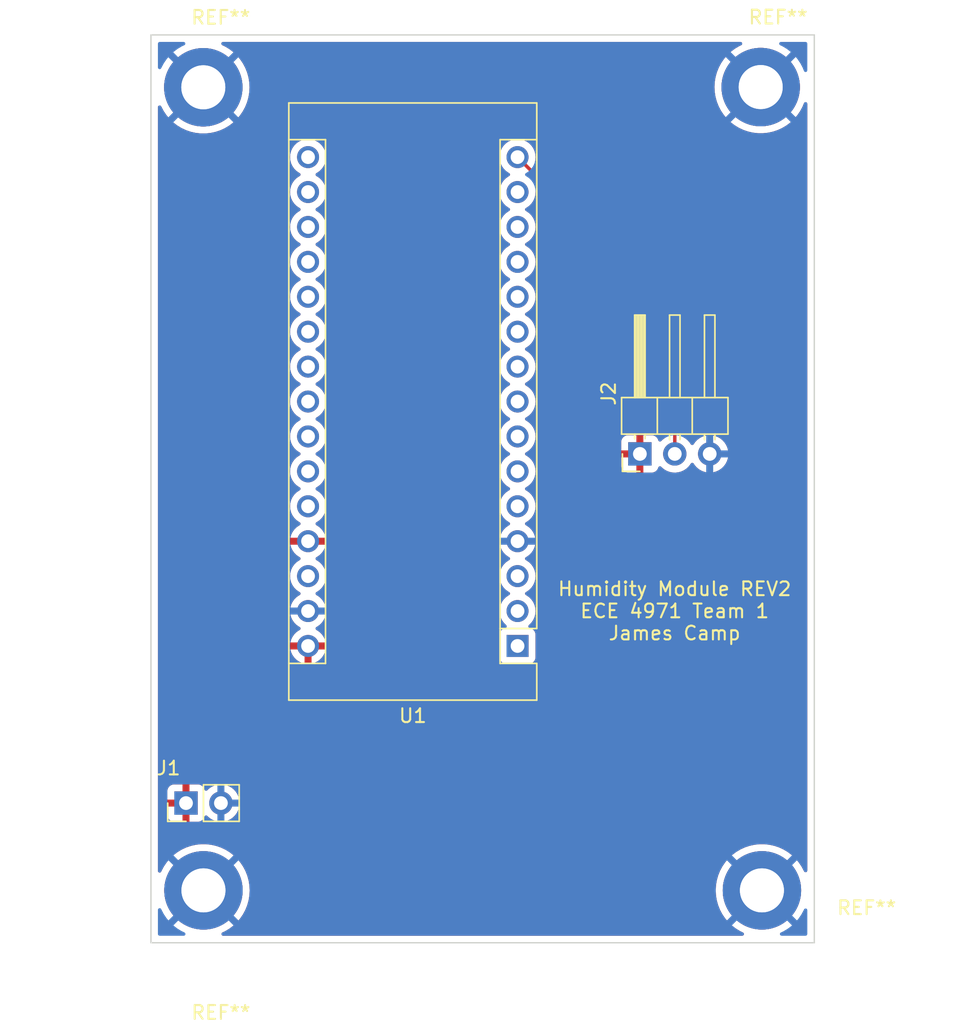
<source format=kicad_pcb>
(kicad_pcb (version 20211014) (generator pcbnew)
  (layers (0 "F.Cu" signal) (31 "B.Cu" signal) (34 "B.Paste" user) (35 "F.Paste" user) (36 "B.SilkS" user "B.Silkscreen") (37 "F.SilkS" user "F.Silkscreen") (38 "B.Mask" user) (39 "F.Mask" user) (44 "Edge.Cuts" user))
  (net 0 "")
  (net 1 "+5V")
  (net 2 "GND")
  (net 23 "Net-(U1-Pad15)")
  (footprint "Module:Arduino_Nano" (layer "F.Cu") (at 144.77 96.52 180)
    (fp_text reference "U1" (at 7.62 -5.08) (layer "F.SilkS"))
    (fp_text value "Arduino_Nano_v2.x")
    (fp_line (start 13.97 36.83) (end 16.64 36.83) (layer "F.SilkS") (width 0.12))
    (fp_line (start 1.27 1.27) (end 1.27 -1.27) (layer "F.SilkS") (width 0.12))
    (fp_line (start -1.4 39.5) (end 16.64 39.5) (layer "F.SilkS") (width 0.12))
    (fp_line (start 16.64 -3.94) (end -1.4 -3.94) (layer "F.SilkS") (width 0.12))
    (fp_line (start -1.4 1.27) (end -1.4 39.5) (layer "F.SilkS") (width 0.12))
    (fp_line (start 1.27 1.27) (end -1.4 1.27) (layer "F.SilkS") (width 0.12))
    (fp_line (start 1.27 36.83) (end -1.4 36.83) (layer "F.SilkS") (width 0.12))
    (fp_line (start 13.97 -1.27) (end 13.97 36.83) (layer "F.SilkS") (width 0.12))
    (fp_line (start 1.27 1.27) (end 1.27 36.83) (layer "F.SilkS") (width 0.12))
    (fp_line (start 13.97 -1.27) (end 16.64 -1.27) (layer "F.SilkS") (width 0.12))
    (fp_line (start 16.64 39.5) (end 16.64 -3.94) (layer "F.SilkS") (width 0.12))
    (fp_line (start -1.4 -3.94) (end -1.4 -1.27) (layer "F.SilkS") (width 0.12))
    (fp_line (start 1.27 -1.27) (end -1.4 -1.27) (layer "F.SilkS") (width 0.12))
    (pad "1" thru_hole rect (at 0 0 180) (size 1.6 1.6) (drill 1) (layers *.Cu *.Mask))
    (pad "2" thru_hole oval (at 0 2.54 180) (size 1.6 1.6) (drill 1) (layers *.Cu *.Mask))
    (pad "3" thru_hole oval (at 0 5.08 180) (size 1.6 1.6) (drill 1) (layers *.Cu *.Mask))
    (pad "4" thru_hole oval (at 0 7.62 180) (size 1.6 1.6) (drill 1) (layers *.Cu *.Mask) (net 2 "GND"))
    (pad "5" thru_hole oval (at 0 10.16 180) (size 1.6 1.6) (drill 1) (layers *.Cu *.Mask))
    (pad "6" thru_hole oval (at 0 12.7 180) (size 1.6 1.6) (drill 1) (layers *.Cu *.Mask))
    (pad "7" thru_hole oval (at 0 15.24 180) (size 1.6 1.6) (drill 1) (layers *.Cu *.Mask))
    (pad "8" thru_hole oval (at 0 17.78 180) (size 1.6 1.6) (drill 1) (layers *.Cu *.Mask))
    (pad "9" thru_hole oval (at 0 20.32 180) (size 1.6 1.6) (drill 1) (layers *.Cu *.Mask))
    (pad "10" thru_hole oval (at 0 22.86 180) (size 1.6 1.6) (drill 1) (layers *.Cu *.Mask))
    (pad "11" thru_hole oval (at 0 25.4 180) (size 1.6 1.6) (drill 1) (layers *.Cu *.Mask))
    (pad "12" thru_hole oval (at 0 27.94 180) (size 1.6 1.6) (drill 1) (layers *.Cu *.Mask))
    (pad "13" thru_hole oval (at 0 30.48 180) (size 1.6 1.6) (drill 1) (layers *.Cu *.Mask))
    (pad "14" thru_hole oval (at 0 33.02 180) (size 1.6 1.6) (drill 1) (layers *.Cu *.Mask))
    (pad "15" thru_hole oval (at 0 35.56 180) (size 1.6 1.6) (drill 1) (layers *.Cu *.Mask) (net 23 "Net-(U1-Pad15)"))
    (pad "16" thru_hole oval (at 15.24 35.56 180) (size 1.6 1.6) (drill 1) (layers *.Cu *.Mask))
    (pad "17" thru_hole oval (at 15.24 33.02 180) (size 1.6 1.6) (drill 1) (layers *.Cu *.Mask))
    (pad "18" thru_hole oval (at 15.24 30.48 180) (size 1.6 1.6) (drill 1) (layers *.Cu *.Mask))
    (pad "19" thru_hole oval (at 15.24 27.94 180) (size 1.6 1.6) (drill 1) (layers *.Cu *.Mask))
    (pad "20" thru_hole oval (at 15.24 25.4 180) (size 1.6 1.6) (drill 1) (layers *.Cu *.Mask))
    (pad "21" thru_hole oval (at 15.24 22.86 180) (size 1.6 1.6) (drill 1) (layers *.Cu *.Mask))
    (pad "22" thru_hole oval (at 15.24 20.32 180) (size 1.6 1.6) (drill 1) (layers *.Cu *.Mask))
    (pad "23" thru_hole oval (at 15.24 17.78 180) (size 1.6 1.6) (drill 1) (layers *.Cu *.Mask))
    (pad "24" thru_hole oval (at 15.24 15.24 180) (size 1.6 1.6) (drill 1) (layers *.Cu *.Mask))
    (pad "25" thru_hole oval (at 15.24 12.7 180) (size 1.6 1.6) (drill 1) (layers *.Cu *.Mask))
    (pad "26" thru_hole oval (at 15.24 10.16 180) (size 1.6 1.6) (drill 1) (layers *.Cu *.Mask))
    (pad "27" thru_hole oval (at 15.24 7.62 180) (size 1.6 1.6) (drill 1) (layers *.Cu *.Mask) (net 1 "+5V"))
    (pad "28" thru_hole oval (at 15.24 5.08 180) (size 1.6 1.6) (drill 1) (layers *.Cu *.Mask))
    (pad "29" thru_hole oval (at 15.24 2.54 180) (size 1.6 1.6) (drill 1) (layers *.Cu *.Mask) (net 2 "GND"))
    (pad "30" thru_hole oval (at 15.24 0 180) (size 1.6 1.6) (drill 1) (layers *.Cu *.Mask) (net 1 "+5V"))
  )
  (footprint "MountingHole:MountingHole_3.2mm_M3_ISO7380_Pad" (layer "F.Cu") (at 121.92 114.3)
    (fp_text reference "REF**" (at 1.27 8.89) (layer "F.SilkS"))
    (fp_text value "MountingHole_3.2mm_M3_ISO7380_Pad")
    (pad "1" thru_hole circle (at 0 0) (size 5.7 5.7) (drill 3.2) (layers *.Cu *.Mask) (net 2 "GND"))
  )
  (footprint "MountingHole:MountingHole_3.2mm_M3_ISO7380_Pad" (layer "F.Cu") (at 162.460137 55.863661)
    (fp_text reference "REF**" (at 1.27 -5.08) (layer "F.SilkS"))
    (fp_text value "MountingHole_3.2mm_M3_ISO7380_Pad")
    (pad "1" thru_hole circle (at 0 0) (size 5.7 5.7) (drill 3.2) (layers *.Cu *.Mask) (net 2 "GND"))
  )
  (footprint "Connector_PinHeader_2.54mm:PinHeader_1x02_P2.54mm_Vertical" (layer "F.Cu") (at 120.65 107.95 90)
    (fp_text reference "J1" (at 2.54 -1.27 180) (layer "F.SilkS"))
    (fp_text value "Conn_01x02_Female")
    (fp_line (start -1.33 3.87) (end 1.33 3.87) (layer "F.SilkS") (width 0.12))
    (fp_line (start -1.33 1.27) (end -1.33 3.87) (layer "F.SilkS") (width 0.12))
    (fp_line (start -1.33 1.27) (end 1.33 1.27) (layer "F.SilkS") (width 0.12))
    (fp_line (start 1.33 1.27) (end 1.33 3.87) (layer "F.SilkS") (width 0.12))
    (fp_line (start -1.33 -1.33) (end 0 -1.33) (layer "F.SilkS") (width 0.12))
    (fp_line (start -1.33 0) (end -1.33 -1.33) (layer "F.SilkS") (width 0.12))
    (pad "1" thru_hole rect (at 0 0 90) (size 1.7 1.7) (drill 1) (layers *.Cu *.Mask) (net 1 "+5V"))
    (pad "2" thru_hole oval (at 0 2.54 90) (size 1.7 1.7) (drill 1) (layers *.Cu *.Mask) (net 2 "GND"))
  )
  (footprint "MountingHole:MountingHole_3.2mm_M3_ISO7380_Pad" (layer "F.Cu") (at 162.55 114.3)
    (fp_text reference "REF**" (at 7.62 1.27) (layer "F.SilkS"))
    (fp_text value "MountingHole_3.2mm_M3_ISO7380_Pad")
    (pad "1" thru_hole circle (at 0 0) (size 5.7 5.7) (drill 3.2) (layers *.Cu *.Mask) (net 2 "GND"))
  )
  (footprint "Connector_PinHeader_2.54mm:PinHeader_1x03_P2.54mm_Horizontal" (layer "F.Cu") (at 153.67 82.55 90)
    (fp_text reference "J2" (at 4.385 -2.27 90) (layer "F.SilkS"))
    (fp_text value "Conn_01x03_Female")
    (fp_line (start 4.1 -0.2) (end 10.1 -0.2) (layer "F.SilkS") (width 0.12))
    (fp_line (start 4.1 0.28) (end 10.1 0.28) (layer "F.SilkS") (width 0.12))
    (fp_line (start 4.1 -0.08) (end 10.1 -0.08) (layer "F.SilkS") (width 0.12))
    (fp_line (start 1.042929 5.46) (end 1.44 5.46) (layer "F.SilkS") (width 0.12))
    (fp_line (start 10.1 4.7) (end 10.1 5.46) (layer "F.SilkS") (width 0.12))
    (fp_line (start 4.1 2.16) (end 10.1 2.16) (layer "F.SilkS") (width 0.12))
    (fp_line (start 4.1 0.04) (end 10.1 0.04) (layer "F.SilkS") (width 0.12))
    (fp_line (start 10.1 2.16) (end 10.1 2.92) (layer "F.SilkS") (width 0.12))
    (fp_line (start 1.44 3.81) (end 4.1 3.81) (layer "F.SilkS") (width 0.12))
    (fp_line (start 10.1 5.46) (end 4.1 5.46) (layer "F.SilkS") (width 0.12))
    (fp_line (start 1.11 -0.38) (end 1.44 -0.38) (layer "F.SilkS") (width 0.12))
    (fp_line (start 1.042929 2.92) (end 1.44 2.92) (layer "F.SilkS") (width 0.12))
    (fp_line (start 10.1 -0.38) (end 10.1 0.38) (layer "F.SilkS") (width 0.12))
    (fp_line (start 1.44 6.41) (end 4.1 6.41) (layer "F.SilkS") (width 0.12))
    (fp_line (start 4.1 -1.33) (end 1.44 -1.33) (layer "F.SilkS") (width 0.12))
    (fp_line (start 4.1 -0.38) (end 10.1 -0.38) (layer "F.SilkS") (width 0.12))
    (fp_line (start 1.44 -1.33) (end 1.44 6.41) (layer "F.SilkS") (width 0.12))
    (fp_line (start -1.27 -1.27) (end 0 -1.27) (layer "F.SilkS") (width 0.12))
    (fp_line (start 10.1 0.38) (end 4.1 0.38) (layer "F.SilkS") (width 0.12))
    (fp_line (start 4.1 -0.32) (end 10.1 -0.32) (layer "F.SilkS") (width 0.12))
    (fp_line (start 1.042929 4.7) (end 1.44 4.7) (layer "F.SilkS") (width 0.12))
    (fp_line (start 1.44 1.27) (end 4.1 1.27) (layer "F.SilkS") (width 0.12))
    (fp_line (start 1.042929 2.16) (end 1.44 2.16) (layer "F.SilkS") (width 0.12))
    (fp_line (start -1.27 0) (end -1.27 -1.27) (layer "F.SilkS") (width 0.12))
    (fp_line (start 4.1 6.41) (end 4.1 -1.33) (layer "F.SilkS") (width 0.12))
    (fp_line (start 4.1 4.7) (end 10.1 4.7) (layer "F.SilkS") (width 0.12))
    (fp_line (start 1.11 0.38) (end 1.44 0.38) (layer "F.SilkS") (width 0.12))
    (fp_line (start 4.1 0.16) (end 10.1 0.16) (layer "F.SilkS") (width 0.12))
    (fp_line (start 10.1 2.92) (end 4.1 2.92) (layer "F.SilkS") (width 0.12))
    (pad "1" thru_hole rect (at 0 0 90) (size 1.7 1.7) (drill 1) (layers *.Cu *.Mask) (net 1 "+5V"))
    (pad "2" thru_hole oval (at 0 2.54 90) (size 1.7 1.7) (drill 1) (layers *.Cu *.Mask) (net 23 "Net-(U1-Pad15)"))
    (pad "3" thru_hole oval (at 0 5.08 90) (size 1.7 1.7) (drill 1) (layers *.Cu *.Mask) (net 2 "GND"))
  )
  (footprint "" (layer "F.Cu") (at 121.91 55.88)
    (fp_text reference "" (at 0 0) (layer "F.SilkS") (effects (font (size 1.27 1.27))))
    (fp_text value "" (at 0 0) (layer "F.SilkS") (effects (font (size 1.27 1.27))))
    (pad "1" thru_hole circle (at 0 0) (size 5.7 5.7) (drill 3.2) (layers *.Cu *.Mask) (net 2 "GND"))
  )
  (footprint "" (layer "F.Cu") (at 162.55 114.3)
    (fp_text reference "" (at 0 0) (layer "F.SilkS") (effects (font (size 1.27 1.27))))
    (fp_text value "" (at 0 0) (layer "F.SilkS") (effects (font (size 1.27 1.27))))
    (pad "1" thru_hole circle (at 0 0) (size 5.7 5.7) (drill 3.2) (layers *.Cu *.Mask) (net 2 "GND"))
  )
  (footprint "" (layer "F.Cu") (at 162.460137 55.863661)
    (fp_text reference "" (at 0 0) (layer "F.SilkS") (effects (font (size 1.27 1.27))))
    (fp_text value "" (at 0 0) (layer "F.SilkS") (effects (font (size 1.27 1.27))))
    (pad "1" thru_hole circle (at 0 0) (size 5.7 5.7) (drill 3.2) (layers *.Cu *.Mask) (net 2 "GND"))
  )
  (footprint "" (layer "F.Cu") (at 121.92 114.3)
    (fp_text reference "" (at 0 0) (layer "F.SilkS") (effects (font (size 1.27 1.27))))
    (fp_text value "" (at 0 0) (layer "F.SilkS") (effects (font (size 1.27 1.27))))
    (pad "1" thru_hole circle (at 0 0) (size 5.7 5.7) (drill 3.2) (layers *.Cu *.Mask) (net 2 "GND"))
  )
  (footprint "MountingHole:MountingHole_3.2mm_M3_ISO7380_Pad" (layer "F.Cu") (at 121.91 55.88)
    (fp_text reference "REF**" (at 1.27 -5.08) (layer "F.SilkS"))
    (fp_text value "MountingHole_3.2mm_M3_ISO7380_Pad")
    (pad "1" thru_hole circle (at 0 0) (size 5.7 5.7) (drill 3.2) (layers *.Cu *.Mask) (net 2 "GND"))
  )
  (gr_line (start 166.36 52.07) (end 166.36 118.11) (layer "Edge.Cuts") (width 0.1))
  (gr_line (start 118.1 52.07) (end 118.1 118.11) (layer "Edge.Cuts") (width 0.1))
  (gr_line (start 166.36 118.11) (end 118.1 118.11) (layer "Edge.Cuts") (width 0.1))
  (gr_line (start 118.1 52.07) (end 166.36 52.07) (layer "Edge.Cuts") (width 0.1))
  (gr_text "Humidity Module REV2\nECE 4971 Team 1\nJames Camp" (at 156.2 93.98) (layer "F.SilkS") (effects (font (size 1 1))))
  (segment (start 156.21 82.55) (end 156.21 72.4) (width 0.25) (layer "F.Cu") (net 23))
  (segment (start 156.21 72.4) (end 144.77 60.96) (width 0.25) (layer "F.Cu") (net 23))
  (zone (net 1) (net_name "+5V") (layer "F.Cu") (connect_pads (clearance 0.508)) (min_thickness 0.254) (fill yes (thermal_gap 0.508) (thermal_bridge_width 0.508))
    (polygon (pts (xy 167.64 119.38) (xy 116.84 119.38) (xy 116.84 50.8) (xy 167.64 50.8)))
  )
  (zone (net 2) (net_name "GND") (layer "B.Cu") (connect_pads (clearance 0.508)) (min_thickness 0.254) (fill yes (thermal_gap 0.508) (thermal_bridge_width 0.508))
    (polygon (pts (xy 168.91 120.65) (xy 115.57 120.65) (xy 115.57 49.53) (xy 168.91 49.53)))
  )
)
</source>
